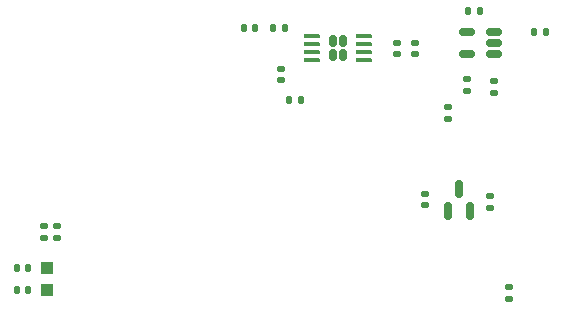
<source format=gbr>
%TF.GenerationSoftware,KiCad,Pcbnew,8.0.9-8.0.9-0~ubuntu24.04.1*%
%TF.CreationDate,2025-05-04T14:10:29+03:00*%
%TF.ProjectId,vario_kicad,76617269-6f5f-46b6-9963-61642e6b6963,rev?*%
%TF.SameCoordinates,Original*%
%TF.FileFunction,Paste,Bot*%
%TF.FilePolarity,Positive*%
%FSLAX46Y46*%
G04 Gerber Fmt 4.6, Leading zero omitted, Abs format (unit mm)*
G04 Created by KiCad (PCBNEW 8.0.9-8.0.9-0~ubuntu24.04.1) date 2025-05-04 14:10:29*
%MOMM*%
%LPD*%
G01*
G04 APERTURE LIST*
G04 Aperture macros list*
%AMRoundRect*
0 Rectangle with rounded corners*
0 $1 Rounding radius*
0 $2 $3 $4 $5 $6 $7 $8 $9 X,Y pos of 4 corners*
0 Add a 4 corners polygon primitive as box body*
4,1,4,$2,$3,$4,$5,$6,$7,$8,$9,$2,$3,0*
0 Add four circle primitives for the rounded corners*
1,1,$1+$1,$2,$3*
1,1,$1+$1,$4,$5*
1,1,$1+$1,$6,$7*
1,1,$1+$1,$8,$9*
0 Add four rect primitives between the rounded corners*
20,1,$1+$1,$2,$3,$4,$5,0*
20,1,$1+$1,$4,$5,$6,$7,0*
20,1,$1+$1,$6,$7,$8,$9,0*
20,1,$1+$1,$8,$9,$2,$3,0*%
G04 Aperture macros list end*
%ADD10RoundRect,0.175000X-0.175000X-0.300000X0.175000X-0.300000X0.175000X0.300000X-0.175000X0.300000X0*%
%ADD11RoundRect,0.087500X-0.587500X-0.087500X0.587500X-0.087500X0.587500X0.087500X-0.587500X0.087500X0*%
%ADD12RoundRect,0.140000X-0.170000X0.140000X-0.170000X-0.140000X0.170000X-0.140000X0.170000X0.140000X0*%
%ADD13RoundRect,0.150000X0.150000X-0.587500X0.150000X0.587500X-0.150000X0.587500X-0.150000X-0.587500X0*%
%ADD14RoundRect,0.140000X0.140000X0.170000X-0.140000X0.170000X-0.140000X-0.170000X0.140000X-0.170000X0*%
%ADD15RoundRect,0.135000X-0.135000X-0.185000X0.135000X-0.185000X0.135000X0.185000X-0.135000X0.185000X0*%
%ADD16RoundRect,0.140000X0.170000X-0.140000X0.170000X0.140000X-0.170000X0.140000X-0.170000X-0.140000X0*%
%ADD17RoundRect,0.135000X-0.185000X0.135000X-0.185000X-0.135000X0.185000X-0.135000X0.185000X0.135000X0*%
%ADD18R,1.100000X1.050000*%
%ADD19RoundRect,0.150000X0.512500X0.150000X-0.512500X0.150000X-0.512500X-0.150000X0.512500X-0.150000X0*%
%ADD20RoundRect,0.135000X0.135000X0.185000X-0.135000X0.185000X-0.135000X-0.185000X0.135000X-0.185000X0*%
G04 APERTURE END LIST*
D10*
%TO.C,U1*%
X147845000Y-115035000D03*
X147845000Y-116215000D03*
X148705000Y-115035000D03*
X148705000Y-116215000D03*
D11*
X146100000Y-116600000D03*
X146100000Y-115950000D03*
X146100000Y-115300000D03*
X146100000Y-114650000D03*
X150450000Y-114650000D03*
X150450000Y-115300000D03*
X150450000Y-115950000D03*
X150450000Y-116600000D03*
%TD*%
D12*
%TO.C,C14*%
X159220000Y-118290000D03*
X159220000Y-119250000D03*
%TD*%
D13*
%TO.C,U8*%
X159460000Y-129465000D03*
X157560000Y-129465000D03*
X158510000Y-127590000D03*
%TD*%
D14*
%TO.C,C27*%
X122040000Y-134240000D03*
X121080000Y-134240000D03*
%TD*%
D15*
%TO.C,R29*%
X159250000Y-112450000D03*
X160270000Y-112450000D03*
%TD*%
D16*
%TO.C,C19*%
X155660000Y-128920000D03*
X155660000Y-127960000D03*
%TD*%
D12*
%TO.C,C25*%
X123430000Y-130710000D03*
X123430000Y-131670000D03*
%TD*%
D14*
%TO.C,C9*%
X141270000Y-113970000D03*
X140310000Y-113970000D03*
%TD*%
D17*
%TO.C,R31*%
X162760000Y-135890000D03*
X162760000Y-136910000D03*
%TD*%
D18*
%TO.C,Y1*%
X123630000Y-134240000D03*
X123630000Y-136090000D03*
%TD*%
D19*
%TO.C,U7*%
X161500000Y-114240000D03*
X161500000Y-115190000D03*
X161500000Y-116140000D03*
X159225000Y-116140000D03*
X159225000Y-114240000D03*
%TD*%
D17*
%TO.C,R32*%
X161500000Y-118430000D03*
X161500000Y-119450000D03*
%TD*%
%TO.C,R33*%
X157590000Y-120620000D03*
X157590000Y-121640000D03*
%TD*%
D12*
%TO.C,C7*%
X143470000Y-117360000D03*
X143470000Y-118320000D03*
%TD*%
%TO.C,C11*%
X124530000Y-130720000D03*
X124530000Y-131680000D03*
%TD*%
D15*
%TO.C,R16*%
X144160000Y-119990000D03*
X145180000Y-119990000D03*
%TD*%
D20*
%TO.C,R18*%
X143770000Y-113970000D03*
X142750000Y-113970000D03*
%TD*%
D12*
%TO.C,C5*%
X153280000Y-115200000D03*
X153280000Y-116160000D03*
%TD*%
%TO.C,C18*%
X161180000Y-128190000D03*
X161180000Y-129150000D03*
%TD*%
%TO.C,C6*%
X154760000Y-115200000D03*
X154760000Y-116160000D03*
%TD*%
D14*
%TO.C,C26*%
X122060000Y-136090000D03*
X121100000Y-136090000D03*
%TD*%
D20*
%TO.C,R28*%
X165900000Y-114300000D03*
X164880000Y-114300000D03*
%TD*%
M02*

</source>
